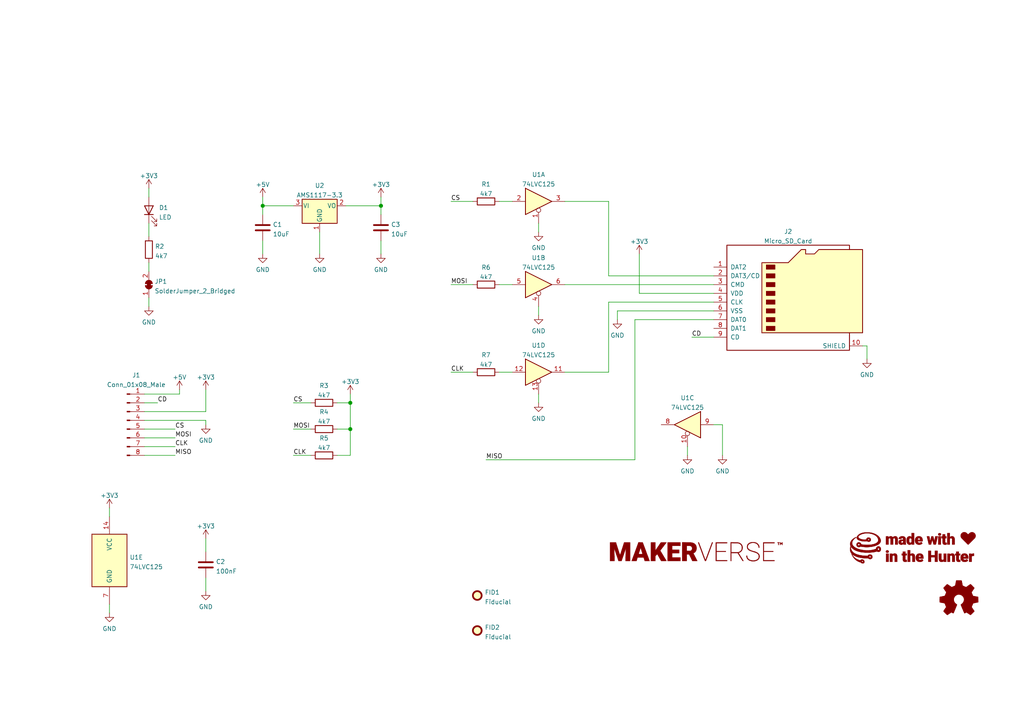
<source format=kicad_sch>
(kicad_sch (version 20210621) (generator eeschema)
  (paper "A4")
  (title_block (title "Makerverse Micro SD Card Module") (date "2021-09-14") (rev "10") (comment 1 "Designed at Core Electronics by Brenton Schulz") (comment 2 "Makerverse and the makerverse logo are trademarks of Core Electronics Pty Ltd.") (comment 3 "License: CCASAv4.0 https://creativecommons.org/licenses/by-sa/4.0/"))
  (lib_symbols
    (symbol "74xx:74LVC125" (pin_names (offset 1.016))
      (property "Reference" "U" (at 0 1.27 0))
      (property "Value" "74LVC125" (at 0 -1.27 0))
      (symbol "74LVC125_1_0"
        (pin input inverted (at 0 -6.35 90) (length 4.445) (name "~") (number "1"))
        (pin input line (at -7.62 0 0) (length 3.81) (name "~") (number "2"))
        (pin tri_state line (at 7.62 0 180) (length 3.81) (name "~") (number "3"))
      )
      (symbol "74LVC125_2_0"
        (pin input inverted (at 0 -6.35 90) (length 4.445) (name "~") (number "4"))
        (pin input line (at -7.62 0 0) (length 3.81) (name "~") (number "5"))
        (pin tri_state line (at 7.62 0 180) (length 3.81) (name "~") (number "6"))
      )
      (symbol "74LVC125_3_0"
        (pin input inverted (at 0 -6.35 90) (length 4.445) (name "~") (number "10"))
        (pin tri_state line (at 7.62 0 180) (length 3.81) (name "~") (number "8"))
        (pin input line (at -7.62 0 0) (length 3.81) (name "~") (number "9"))
      )
      (symbol "74LVC125_4_0"
        (pin tri_state line (at 7.62 0 180) (length 3.81) (name "~") (number "11"))
        (pin input line (at -7.62 0 0) (length 3.81) (name "~") (number "12"))
        (pin input inverted (at 0 -6.35 90) (length 4.445) (name "~") (number "13"))
      )
      (symbol "74LVC125_5_0"
        (pin power_in line (at 0 12.7 270) (length 5.08) (name "VCC") (number "14"))
        (pin power_in line (at 0 -12.7 90) (length 5.08) (name "GND") (number "7"))
      )
    )
    (symbol "Connector:Conn_01x08_Male" (pin_names (offset 1.016) hide)
      (property "Reference" "J" (at 0 10.16 0))
      (property "Value" "Conn_01x08_Male" (at 0 -12.7 0))
      (symbol "Conn_01x08_Male_1_1"
        (pin passive line (at 5.08 7.62 180) (length 3.81) (name "Pin_1") (number "1"))
        (pin passive line (at 5.08 5.08 180) (length 3.81) (name "Pin_2") (number "2"))
        (pin passive line (at 5.08 2.54 180) (length 3.81) (name "Pin_3") (number "3"))
        (pin passive line (at 5.08 0 180) (length 3.81) (name "Pin_4") (number "4"))
        (pin passive line (at 5.08 -2.54 180) (length 3.81) (name "Pin_5") (number "5"))
        (pin passive line (at 5.08 -5.08 180) (length 3.81) (name "Pin_6") (number "6"))
        (pin passive line (at 5.08 -7.62 180) (length 3.81) (name "Pin_7") (number "7"))
        (pin passive line (at 5.08 -10.16 180) (length 3.81) (name "Pin_8") (number "8"))
      )
    )
    (symbol "Connector:Micro_SD_Card" (pin_names (offset 1.016))
      (property "Reference" "J?" (at -1.27 17.9366 0))
      (property "Value" "Micro_SD_Card" (at -1.27 15.1615 0))
      (symbol "Micro_SD_Card_1_1"
        (pin bidirectional line (at -22.86 7.62 0) (length 3.81) (name "DAT2") (number "1"))
        (pin passive line (at 20.32 -15.24 180) (length 3.81) (name "SHIELD") (number "10"))
        (pin bidirectional line (at -22.86 5.08 0) (length 3.81) (name "DAT3/CD") (number "2"))
        (pin input line (at -22.86 2.54 0) (length 3.81) (name "CMD") (number "3"))
        (pin power_in line (at -22.86 0 0) (length 3.81) (name "VDD") (number "4"))
        (pin input line (at -22.86 -2.54 0) (length 3.81) (name "CLK") (number "5"))
        (pin power_in line (at -22.86 -5.08 0) (length 3.81) (name "VSS") (number "6"))
        (pin bidirectional line (at -22.86 -7.62 0) (length 3.81) (name "DAT0") (number "7"))
        (pin bidirectional line (at -22.86 -10.16 0) (length 3.81) (name "DAT1") (number "8"))
        (pin passive line (at -22.86 -12.7 0) (length 3.81) (name "CD") (number "9"))
      )
    )
    (symbol "CoreElectronics_Artwork:LOGO_CoreElectronics_made-with-love" (pin_names (offset 1.016)))
    (symbol "CoreElectronics_Artwork:LOGO_Makerverse" (pin_names (offset 1.016)))
    (symbol "Device:C" (pin_numbers hide) (pin_names (offset 0.254))
      (property "Reference" "C" (at 0.635 2.54 0))
      (property "Value" "C" (at 0.635 -2.54 0))
      (symbol "C_1_1"
        (pin passive line (at 0 3.81 270) (length 2.794) (name "~") (number "1"))
        (pin passive line (at 0 -3.81 90) (length 2.794) (name "~") (number "2"))
      )
    )
    (symbol "Device:LED" (pin_numbers hide) (pin_names (offset 1.016) hide)
      (property "Reference" "D" (at 0 2.54 0))
      (property "Value" "LED" (at 0 -2.54 0))
      (symbol "LED_1_1"
        (pin passive line (at -3.81 0 0) (length 2.54) (name "K") (number "1"))
        (pin passive line (at 3.81 0 180) (length 2.54) (name "A") (number "2"))
      )
    )
    (symbol "Device:R" (pin_numbers hide) (pin_names (offset 0))
      (property "Reference" "R" (at 2.032 0 90))
      (property "Value" "R" (at 0 0 90))
      (symbol "R_1_1"
        (pin passive line (at 0 3.81 270) (length 1.27) (name "~") (number "1"))
        (pin passive line (at 0 -3.81 90) (length 1.27) (name "~") (number "2"))
      )
    )
    (symbol "Graphic:Logo_Open_Hardware_Small" (pin_names (offset 1.016)))
    (symbol "Jumper:SolderJumper_2_Bridged" (pin_names (offset 0) hide)
      (property "Reference" "JP" (at 0 2.032 0))
      (property "Value" "SolderJumper_2_Bridged" (at 0 -2.54 0))
      (symbol "SolderJumper_2_Bridged_1_1"
        (pin passive line (at -3.81 0 0) (length 2.54) (name "A") (number "1"))
        (pin passive line (at 3.81 0 180) (length 2.54) (name "B") (number "2"))
      )
    )
    (symbol "Mechanical:Fiducial"
      (property "Reference" "FID" (at 0 5.08 0))
      (property "Value" "Fiducial" (at 0 3.175 0))
    )
    (symbol "Regulator_Linear:AMS1117-3.3" (pin_names (offset 0.254))
      (property "Reference" "U" (at -3.81 3.175 0))
      (property "Value" "AMS1117-3.3" (at 0 3.175 0))
      (symbol "AMS1117-3.3_1_1"
        (pin power_in line (at 0 -7.62 90) (length 2.54) (name "GND") (number "1"))
        (pin power_out line (at 7.62 0 180) (length 2.54) (name "VO") (number "2"))
        (pin power_in line (at -7.62 0 0) (length 2.54) (name "VI") (number "3"))
      )
    )
    (symbol "power:+3.3V" (power) (pin_names (offset 0))
      (property "Value" "+3.3V" (at 0 3.556 0))
      (symbol "+3.3V_1_1"
        (pin power_in line (at 0 0 90) (length 0) hide (name "+3V3") (number "1"))
      )
    )
    (symbol "power:+5V" (power) (pin_names (offset 0))
      (property "Value" "+5V" (at 0 3.556 0))
      (symbol "+5V_1_1"
        (pin power_in line (at 0 0 90) (length 0) hide (name "+5V") (number "1"))
      )
    )
    (symbol "power:GND" (power) (pin_names (offset 0))
      (property "Value" "GND" (at 0 -3.81 0))
      (symbol "GND_1_1"
        (pin power_in line (at 0 0 270) (length 0) hide (name "GND") (number "1"))
      )
    )
  )
  (junction (at 76.2 59.69) (diameter 1.016))
  (junction (at 101.6 116.84) (diameter 1.016))
  (junction (at 101.6 124.46) (diameter 1.016))
  (junction (at 110.49 59.69) (diameter 1.016))
  (wire (pts (xy 31.75 147.32) (xy 31.75 149.86)))
  (wire (pts (xy 31.75 175.26) (xy 31.75 177.8)))
  (wire (pts (xy 41.91 114.3) (xy 52.07 114.3)))
  (wire (pts (xy 41.91 116.84) (xy 45.72 116.84)))
  (wire (pts (xy 41.91 119.38) (xy 59.69 119.38)))
  (wire (pts (xy 41.91 121.92) (xy 59.69 121.92)))
  (wire (pts (xy 41.91 124.46) (xy 50.8 124.46)))
  (wire (pts (xy 41.91 127) (xy 50.8 127)))
  (wire (pts (xy 41.91 129.54) (xy 50.8 129.54)))
  (wire (pts (xy 41.91 132.08) (xy 50.8 132.08)))
  (wire (pts (xy 43.18 54.61) (xy 43.18 57.15)))
  (wire (pts (xy 43.18 64.77) (xy 43.18 68.58)))
  (wire (pts (xy 43.18 76.2) (xy 43.18 78.74)))
  (wire (pts (xy 43.18 86.36) (xy 43.18 88.9)))
  (wire (pts (xy 52.07 114.3) (xy 52.07 113.03)))
  (wire (pts (xy 59.69 119.38) (xy 59.69 113.03)))
  (wire (pts (xy 59.69 121.92) (xy 59.69 123.19)))
  (wire (pts (xy 59.69 156.21) (xy 59.69 160.02)))
  (wire (pts (xy 59.69 167.64) (xy 59.69 171.45)))
  (wire (pts (xy 76.2 57.15) (xy 76.2 59.69)))
  (wire (pts (xy 76.2 59.69) (xy 76.2 62.23)))
  (wire (pts (xy 76.2 69.85) (xy 76.2 73.66)))
  (wire (pts (xy 85.09 59.69) (xy 76.2 59.69)))
  (wire (pts (xy 85.09 116.84) (xy 90.17 116.84)))
  (wire (pts (xy 85.09 124.46) (xy 90.17 124.46)))
  (wire (pts (xy 85.09 132.08) (xy 90.17 132.08)))
  (wire (pts (xy 92.71 67.31) (xy 92.71 73.66)))
  (wire (pts (xy 97.79 116.84) (xy 101.6 116.84)))
  (wire (pts (xy 97.79 124.46) (xy 101.6 124.46)))
  (wire (pts (xy 97.79 132.08) (xy 101.6 132.08)))
  (wire (pts (xy 100.33 59.69) (xy 110.49 59.69)))
  (wire (pts (xy 101.6 116.84) (xy 101.6 114.3)))
  (wire (pts (xy 101.6 124.46) (xy 101.6 116.84)))
  (wire (pts (xy 101.6 132.08) (xy 101.6 124.46)))
  (wire (pts (xy 110.49 57.15) (xy 110.49 59.69)))
  (wire (pts (xy 110.49 59.69) (xy 110.49 62.23)))
  (wire (pts (xy 110.49 69.85) (xy 110.49 73.66)))
  (wire (pts (xy 130.81 58.42) (xy 137.16 58.42)))
  (wire (pts (xy 130.81 82.55) (xy 137.16 82.55)))
  (wire (pts (xy 130.81 107.95) (xy 137.16 107.95)))
  (wire (pts (xy 140.97 133.35) (xy 184.15 133.35)))
  (wire (pts (xy 144.78 58.42) (xy 148.59 58.42)))
  (wire (pts (xy 144.78 82.55) (xy 148.59 82.55)))
  (wire (pts (xy 144.78 107.95) (xy 148.59 107.95)))
  (wire (pts (xy 156.21 64.77) (xy 156.21 67.31)))
  (wire (pts (xy 156.21 88.9) (xy 156.21 91.44)))
  (wire (pts (xy 156.21 114.3) (xy 156.21 116.84)))
  (wire (pts (xy 163.83 58.42) (xy 176.53 58.42)))
  (wire (pts (xy 163.83 82.55) (xy 207.01 82.55)))
  (wire (pts (xy 176.53 58.42) (xy 176.53 80.01)))
  (wire (pts (xy 176.53 80.01) (xy 207.01 80.01)))
  (wire (pts (xy 176.53 87.63) (xy 176.53 107.95)))
  (wire (pts (xy 176.53 87.63) (xy 207.01 87.63)))
  (wire (pts (xy 176.53 107.95) (xy 163.83 107.95)))
  (wire (pts (xy 179.07 90.17) (xy 179.07 92.71)))
  (wire (pts (xy 179.07 90.17) (xy 207.01 90.17)))
  (wire (pts (xy 184.15 92.71) (xy 207.01 92.71)))
  (wire (pts (xy 184.15 133.35) (xy 184.15 92.71)))
  (wire (pts (xy 185.42 85.09) (xy 185.42 73.66)))
  (wire (pts (xy 185.42 85.09) (xy 207.01 85.09)))
  (wire (pts (xy 199.39 129.54) (xy 199.39 132.08)))
  (wire (pts (xy 200.66 97.79) (xy 207.01 97.79)))
  (wire (pts (xy 207.01 123.19) (xy 209.55 123.19)))
  (wire (pts (xy 209.55 123.19) (xy 209.55 132.08)))
  (wire (pts (xy 250.19 100.33) (xy 251.46 100.33)))
  (wire (pts (xy 251.46 100.33) (xy 251.46 104.14)))
  (label "CD" (at 45.72 116.84 0))
  (label "CS" (at 50.8 124.46 0))
  (label "MOSI" (at 50.8 127 0))
  (label "CLK" (at 50.8 129.54 0))
  (label "MISO" (at 50.8 132.08 0))
  (label "CS" (at 85.09 116.84 0))
  (label "MOSI" (at 85.09 124.46 0))
  (label "CLK" (at 85.09 132.08 0))
  (label "CS" (at 130.81 58.42 0))
  (label "MOSI" (at 130.81 82.55 0))
  (label "CLK" (at 130.81 107.95 0))
  (label "MISO" (at 140.97 133.35 0))
  (label "CD" (at 200.66 97.79 0))
  (symbol (lib_id "power:+3.3V") (at 31.75 147.32 0) (unit 1)
    (property "Reference" "#PWR0112" (effects hide))
    (property "Value" "+3.3V" (at 31.75 143.7154 0))
  )
  (symbol (lib_id "power:+3.3V") (at 43.18 54.61 0) (unit 1)
    (property "Reference" "#PWR0118" (effects hide))
    (property "Value" "+3.3V" (at 43.18 51.0054 0))
  )
  (symbol (lib_id "power:+5V") (at 52.07 113.03 0) (unit 1)
    (property "Reference" "#PWR0116" (effects hide))
    (property "Value" "+5V" (at 52.07 109.4254 0))
  )
  (symbol (lib_id "power:+3.3V") (at 59.69 113.03 0) (unit 1)
    (property "Reference" "#PWR0117" (effects hide))
    (property "Value" "+3.3V" (at 59.69 109.4254 0))
  )
  (symbol (lib_id "power:+3.3V") (at 59.69 156.21 0) (unit 1)
    (property "Reference" "#PWR0111" (effects hide))
    (property "Value" "+3.3V" (at 59.69 152.6054 0))
  )
  (symbol (lib_id "power:+5V") (at 76.2 57.15 0) (unit 1)
    (property "Reference" "#PWR0102" (effects hide))
    (property "Value" "+5V" (at 76.2 53.5454 0))
  )
  (symbol (lib_id "power:+3.3V") (at 101.6 114.3 0) (unit 1)
    (property "Reference" "#PWR0120" (effects hide))
    (property "Value" "+3.3V" (at 101.6 110.6954 0))
  )
  (symbol (lib_id "power:+3.3V") (at 110.49 57.15 0) (unit 1)
    (property "Reference" "#PWR0105" (effects hide))
    (property "Value" "+3.3V" (at 110.49 53.5454 0))
  )
  (symbol (lib_id "power:+3.3V") (at 185.42 73.66 0) (unit 1)
    (property "Reference" "#PWR0109" (effects hide))
    (property "Value" "+3.3V" (at 185.42 70.0554 0))
  )
  (symbol (lib_id "power:GND") (at 31.75 177.8 0) (unit 1)
    (property "Reference" "#PWR0114" (effects hide))
    (property "Value" "GND" (at 31.75 182.3626 0))
  )
  (symbol (lib_id "power:GND") (at 43.18 88.9 0) (unit 1)
    (property "Reference" "#PWR0119" (effects hide))
    (property "Value" "GND" (at 43.18 93.4626 0))
  )
  (symbol (lib_id "power:GND") (at 59.69 123.19 0) (unit 1)
    (property "Reference" "#PWR0115" (effects hide))
    (property "Value" "GND" (at 59.69 127.7526 0))
  )
  (symbol (lib_id "power:GND") (at 59.69 171.45 0) (unit 1)
    (property "Reference" "#PWR0113" (effects hide))
    (property "Value" "GND" (at 59.69 176.0126 0))
  )
  (symbol (lib_id "power:GND") (at 76.2 73.66 0) (unit 1)
    (property "Reference" "#PWR0104" (effects hide))
    (property "Value" "GND" (at 76.2 78.2226 0))
  )
  (symbol (lib_id "power:GND") (at 92.71 73.66 0) (unit 1)
    (property "Reference" "#PWR0101" (effects hide))
    (property "Value" "GND" (at 92.71 78.2226 0))
  )
  (symbol (lib_id "power:GND") (at 110.49 73.66 0) (unit 1)
    (property "Reference" "#PWR0103" (effects hide))
    (property "Value" "GND" (at 110.49 78.2226 0))
  )
  (symbol (lib_id "power:GND") (at 156.21 67.31 0) (unit 1)
    (property "Reference" "#PWR0123" (effects hide))
    (property "Value" "GND" (at 156.21 71.8726 0))
  )
  (symbol (lib_id "power:GND") (at 156.21 91.44 0) (unit 1)
    (property "Reference" "#PWR0121" (effects hide))
    (property "Value" "GND" (at 156.21 96.0026 0))
  )
  (symbol (lib_id "power:GND") (at 156.21 116.84 0) (unit 1)
    (property "Reference" "#PWR0122" (effects hide))
    (property "Value" "GND" (at 156.21 121.4026 0))
  )
  (symbol (lib_id "power:GND") (at 179.07 92.71 0) (unit 1)
    (property "Reference" "#PWR0110" (effects hide))
    (property "Value" "GND" (at 179.07 97.2726 0))
  )
  (symbol (lib_id "power:GND") (at 199.39 132.08 0) (mirror y) (unit 1)
    (property "Reference" "#PWR0106" (effects hide))
    (property "Value" "GND" (at 199.39 136.6426 0))
  )
  (symbol (lib_id "power:GND") (at 209.55 132.08 0) (mirror y) (unit 1)
    (property "Reference" "#PWR0107" (effects hide))
    (property "Value" "GND" (at 209.55 136.6426 0))
  )
  (symbol (lib_id "power:GND") (at 251.46 104.14 0) (unit 1)
    (property "Reference" "#PWR0108" (effects hide))
    (property "Value" "GND" (at 251.46 108.7026 0))
  )
  (symbol (lib_id "Mechanical:Fiducial") (at 138.43 172.72 0) (unit 1)
    (property "Reference" "FID1" (at 140.5891 171.8115 0) (effects (justify left)))
    (property "Value" "Fiducial" (at 140.5891 174.5866 0) (effects (justify left)))
    (property "Footprint" "Fiducial:Fiducial_1mm_Mask2mm" (effects hide))
  )
  (symbol (lib_id "Mechanical:Fiducial") (at 138.43 182.88 0) (unit 1)
    (property "Reference" "FID2" (at 140.5891 181.9715 0) (effects (justify left)))
    (property "Value" "Fiducial" (at 140.5891 184.7466 0) (effects (justify left)))
    (property "Footprint" "Fiducial:Fiducial_1mm_Mask2mm" (effects hide))
  )
  (symbol (lib_id "Jumper:SolderJumper_2_Bridged") (at 43.18 82.55 90) (unit 1)
    (property "Reference" "JP1" (at 44.8311 81.6415 90) (effects (justify right)))
    (property "Value" "SolderJumper_2_Bridged" (at 44.8311 84.4166 90) (effects (justify right)))
    (property "Footprint" "CoreElectronics_Components:SolderJumper-2_P1.3mm_Bridged_RoundedPad1.0x1.5mm" (effects hide))
  )
  (symbol (lib_id "Device:R") (at 43.18 72.39 0) (unit 1)
    (property "Reference" "R2" (at 44.9581 71.4815 0) (effects (justify left)))
    (property "Value" "4k7" (at 44.9581 74.2566 0) (effects (justify left)))
    (property "Footprint" "Resistor_SMD:R_0402_1005Metric" (effects hide))
  )
  (symbol (lib_id "Device:R") (at 93.98 116.84 270) (unit 1)
    (property "Reference" "R3" (at 93.98 111.8574 90))
    (property "Value" "4k7" (at 93.98 114.6325 90))
    (property "Footprint" "Resistor_SMD:R_0402_1005Metric" (effects hide))
  )
  (symbol (lib_id "Device:R") (at 93.98 124.46 270) (unit 1)
    (property "Reference" "R4" (at 93.98 119.4774 90))
    (property "Value" "4k7" (at 93.98 122.2525 90))
    (property "Footprint" "Resistor_SMD:R_0402_1005Metric" (effects hide))
  )
  (symbol (lib_id "Device:R") (at 93.98 132.08 270) (unit 1)
    (property "Reference" "R5" (at 93.98 127.0974 90))
    (property "Value" "4k7" (at 93.98 129.8725 90))
    (property "Footprint" "Resistor_SMD:R_0402_1005Metric" (effects hide))
  )
  (symbol (lib_id "Device:R") (at 140.97 58.42 270) (unit 1)
    (property "Reference" "R1" (at 140.97 53.4374 90))
    (property "Value" "4k7" (at 140.97 56.2125 90))
    (property "Footprint" "Resistor_SMD:R_0402_1005Metric" (effects hide))
  )
  (symbol (lib_id "Device:R") (at 140.97 82.55 270) (unit 1)
    (property "Reference" "R6" (at 140.97 77.5674 90))
    (property "Value" "4k7" (at 140.97 80.3425 90))
    (property "Footprint" "Resistor_SMD:R_0402_1005Metric" (effects hide))
  )
  (symbol (lib_id "Device:R") (at 140.97 107.95 270) (unit 1)
    (property "Reference" "R7" (at 140.97 102.9674 90))
    (property "Value" "4k7" (at 140.97 105.7425 90))
    (property "Footprint" "Resistor_SMD:R_0402_1005Metric" (effects hide))
  )
  (symbol (lib_id "Device:LED") (at 43.18 60.96 90) (unit 1)
    (property "Reference" "D1" (at 46.1011 60.242 90) (effects (justify right)))
    (property "Value" "LED" (at 46.1011 63.0171 90) (effects (justify right)))
    (property "Footprint" "LED_SMD:LED_0603_1608Metric" (effects hide))
  )
  (symbol (lib_id "Device:C") (at 59.69 163.83 0) (unit 1)
    (property "Reference" "C2" (at 62.6111 162.9215 0) (effects (justify left)))
    (property "Value" "100nF" (at 62.6111 165.6966 0) (effects (justify left)))
    (property "Footprint" "Capacitor_SMD:C_0402_1005Metric" (effects hide))
  )
  (symbol (lib_id "Device:C") (at 76.2 66.04 0) (unit 1)
    (property "Reference" "C1" (at 79.1211 65.1315 0) (effects (justify left)))
    (property "Value" "10uF" (at 79.1211 67.9066 0) (effects (justify left)))
    (property "Footprint" "Capacitor_SMD:C_0603_1608Metric" (effects hide))
  )
  (symbol (lib_id "Device:C") (at 110.49 66.04 0) (unit 1)
    (property "Reference" "C3" (at 113.4111 65.1315 0) (effects (justify left)))
    (property "Value" "10uF" (at 113.4111 67.9066 0) (effects (justify left)))
    (property "Footprint" "Capacitor_SMD:C_0603_1608Metric" (effects hide))
  )
  (symbol (lib_id "Connector:Conn_01x08_Male") (at 36.83 121.92 0) (unit 1)
    (property "Reference" "J1" (at 39.5224 108.8094 0))
    (property "Value" "Conn_01x08_Male" (at 39.5224 111.5845 0))
    (property "Footprint" "CoreElectronics_Components:PinHeader_1x08_P2.54mm_Vertical_SMD_Symmetric" (effects hide))
  )
  (symbol (lib_id "Graphic:Logo_Open_Hardware_Small") (at 278.13 173.99 0) (unit 1)
    (property "Reference" "#LOGO1" (effects hide))
    (property "Value" "Logo_Open_Hardware_Small" (effects hide))
  )
  (symbol (lib_id "Regulator_Linear:AMS1117-3.3") (at 92.71 59.69 0) (unit 1)
    (property "Reference" "U2" (at 92.71 53.8184 0))
    (property "Value" "AMS1117-3.3" (at 92.71 56.5935 0))
    (property "Footprint" "Package_TO_SOT_SMD:SOT-89-3" (effects hide))
    (property "Datasheet" "http://www.advanced-monolithic.com/pdf/ds1117.pdf" (effects hide))
  )
  (symbol (lib_id "74xx:74LVC125") (at 156.21 58.42 0) (unit 1)
    (property "Reference" "U1" (at 156.21 50.6434 0))
    (property "Value" "74LVC125" (at 156.21 53.4185 0))
    (property "Footprint" "lib:QFN50P250X300X100-15N-D" (effects hide))
    (property "Datasheet" "http://www.ti.com/lit/gpn/sn74LVC125" (effects hide))
  )
  (symbol (lib_id "74xx:74LVC125") (at 156.21 82.55 0) (unit 2)
    (property "Reference" "U1" (at 156.21 74.7734 0))
    (property "Value" "74LVC125" (at 156.21 77.5485 0))
    (property "Footprint" "lib:QFN50P250X300X100-15N-D" (effects hide))
    (property "Datasheet" "http://www.ti.com/lit/gpn/sn74LVC125" (effects hide))
  )
  (symbol (lib_id "74xx:74LVC125") (at 156.21 107.95 0) (unit 4)
    (property "Reference" "U1" (at 156.21 100.1734 0))
    (property "Value" "74LVC125" (at 156.21 102.9485 0))
    (property "Footprint" "lib:QFN50P250X300X100-15N-D" (effects hide))
    (property "Datasheet" "http://www.ti.com/lit/gpn/sn74LVC125" (effects hide))
  )
  (symbol (lib_id "74xx:74LVC125") (at 199.39 123.19 0) (mirror y) (unit 3)
    (property "Reference" "U1" (at 199.39 115.4134 0))
    (property "Value" "74LVC125" (at 199.39 118.1885 0))
    (property "Footprint" "lib:QFN50P250X300X100-15N-D" (effects hide))
    (property "Datasheet" "http://www.ti.com/lit/gpn/sn74LVC125" (effects hide))
  )
  (symbol (lib_id "74xx:74LVC125") (at 31.75 162.56 0) (unit 5)
    (property "Reference" "U1" (at 37.5921 161.6515 0) (effects (justify left)))
    (property "Value" "74LVC125" (at 37.5921 164.4266 0) (effects (justify left)))
    (property "Footprint" "lib:QFN50P250X300X100-15N-D" (effects hide))
    (property "Datasheet" "http://www.ti.com/lit/gpn/sn74LVC125" (effects hide))
  )
  (symbol (lib_id "CoreElectronics_Artwork:LOGO_Makerverse") (at 201.93 160.02 0) (unit 1)
    (property "Reference" "#G1" (effects hide))
    (property "Value" "LOGO_Makerverse" (effects hide))
  )
  (symbol (lib_id "CoreElectronics_Artwork:LOGO_CoreElectronics_made-with-love") (at 265.43 158.75 0) (unit 1)
    (property "Reference" "#G2" (effects hide))
    (property "Value" "LOGO_CoreElectronics_made-with-love" (effects hide))
  )
  (symbol (lib_id "Connector:Micro_SD_Card") (at 229.87 85.09 0) (unit 1)
    (property "Reference" "J2" (at 228.6 67.1534 0))
    (property "Value" "Micro_SD_Card" (at 228.6 69.9285 0))
    (property "Footprint" "lib:Micro-SD-9Pin" (effects hide))
    (property "Datasheet" "http://katalog.we-online.de/em/datasheet/693072010801.pdf" (effects hide))
  )
)
</source>
